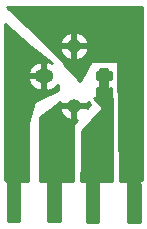
<source format=gbl>
G04 #@! TF.GenerationSoftware,KiCad,Pcbnew,5.0.0-rc2*
G04 #@! TF.CreationDate,2019-07-02T00:23:35-04:00*
G04 #@! TF.ProjectId,gassensorholder,67617373656E736F72686F6C6465722E,rev?*
G04 #@! TF.SameCoordinates,Original*
G04 #@! TF.FileFunction,Copper,L2,Bot,Signal*
G04 #@! TF.FilePolarity,Positive*
%FSLAX46Y46*%
G04 Gerber Fmt 4.6, Leading zero omitted, Abs format (unit mm)*
G04 Created by KiCad (PCBNEW 5.0.0-rc2) date Tue Jul  2 00:23:35 2019*
%MOMM*%
%LPD*%
G01*
G04 APERTURE LIST*
G04 #@! TA.AperFunction,ComponentPad*
%ADD10O,1.600000X1.200000*%
G04 #@! TD*
G04 #@! TA.AperFunction,ComponentPad*
%ADD11O,1.200000X1.200000*%
G04 #@! TD*
G04 #@! TA.AperFunction,Conductor*
%ADD12C,0.254000*%
G04 #@! TD*
G04 APERTURE END LIST*
D10*
G04 #@! TO.P,P1,1*
G04 #@! TO.N,/VOut+*
X113500000Y-66000000D03*
D11*
G04 #@! TO.P,P1,2*
G04 #@! TO.N,+5V*
X116040000Y-68540000D03*
G04 #@! TO.P,P1,3*
G04 #@! TO.N,GND*
X118580000Y-66000000D03*
G04 #@! TO.P,P1,4*
G04 #@! TO.N,/VSenseOUT*
X116040000Y-63460000D03*
G04 #@! TD*
D12*
G04 #@! TO.N,/VSenseOUT*
G36*
X121796801Y-61979988D02*
X121796800Y-61979993D01*
X121796801Y-74796800D01*
X121729992Y-74796800D01*
X121670716Y-74808591D01*
X121603502Y-74853502D01*
X121558591Y-74920716D01*
X121542820Y-75000000D01*
X121558591Y-75079284D01*
X121603502Y-75146498D01*
X121618000Y-75156185D01*
X121618001Y-77486996D01*
X121618000Y-77487001D01*
X121618001Y-78368000D01*
X120631999Y-78368000D01*
X120632000Y-75013000D01*
X120634586Y-75000000D01*
X120624341Y-74948496D01*
X120595167Y-74904833D01*
X120551504Y-74875659D01*
X120513000Y-74868000D01*
X120512999Y-74868000D01*
X120500000Y-74865414D01*
X120487000Y-74868000D01*
X119970241Y-74868000D01*
X119760972Y-64823095D01*
X119750295Y-64774706D01*
X119721913Y-64734086D01*
X119680146Y-64707420D01*
X119634000Y-64698740D01*
X117602000Y-64698740D01*
X117553399Y-64708407D01*
X117512197Y-64735937D01*
X117491733Y-64762730D01*
X116558229Y-66396363D01*
X115189000Y-65027134D01*
X115189000Y-64825740D01*
X115179333Y-64777139D01*
X115149952Y-64734124D01*
X114153583Y-63777609D01*
X114846538Y-63777609D01*
X114971503Y-64079327D01*
X115289844Y-64441080D01*
X115722389Y-64653472D01*
X115913000Y-64529714D01*
X115913000Y-63587000D01*
X116167000Y-63587000D01*
X116167000Y-64529714D01*
X116357611Y-64653472D01*
X116790156Y-64441080D01*
X117108497Y-64079327D01*
X117233462Y-63777609D01*
X117108731Y-63587000D01*
X116167000Y-63587000D01*
X115913000Y-63587000D01*
X114971269Y-63587000D01*
X114846538Y-63777609D01*
X114153583Y-63777609D01*
X113491898Y-63142391D01*
X114846538Y-63142391D01*
X114971269Y-63333000D01*
X115913000Y-63333000D01*
X115913000Y-62390286D01*
X116167000Y-62390286D01*
X116167000Y-63333000D01*
X117108731Y-63333000D01*
X117233462Y-63142391D01*
X117108497Y-62840673D01*
X116790156Y-62478920D01*
X116357611Y-62266528D01*
X116167000Y-62390286D01*
X115913000Y-62390286D01*
X115722389Y-62266528D01*
X115289844Y-62478920D01*
X114971503Y-62840673D01*
X114846538Y-63142391D01*
X113491898Y-63142391D01*
X110350864Y-60127000D01*
X121796800Y-60127000D01*
X121796801Y-61979988D01*
X121796801Y-61979988D01*
G37*
X121796801Y-61979988D02*
X121796800Y-61979993D01*
X121796801Y-74796800D01*
X121729992Y-74796800D01*
X121670716Y-74808591D01*
X121603502Y-74853502D01*
X121558591Y-74920716D01*
X121542820Y-75000000D01*
X121558591Y-75079284D01*
X121603502Y-75146498D01*
X121618000Y-75156185D01*
X121618001Y-77486996D01*
X121618000Y-77487001D01*
X121618001Y-78368000D01*
X120631999Y-78368000D01*
X120632000Y-75013000D01*
X120634586Y-75000000D01*
X120624341Y-74948496D01*
X120595167Y-74904833D01*
X120551504Y-74875659D01*
X120513000Y-74868000D01*
X120512999Y-74868000D01*
X120500000Y-74865414D01*
X120487000Y-74868000D01*
X119970241Y-74868000D01*
X119760972Y-64823095D01*
X119750295Y-64774706D01*
X119721913Y-64734086D01*
X119680146Y-64707420D01*
X119634000Y-64698740D01*
X117602000Y-64698740D01*
X117553399Y-64708407D01*
X117512197Y-64735937D01*
X117491733Y-64762730D01*
X116558229Y-66396363D01*
X115189000Y-65027134D01*
X115189000Y-64825740D01*
X115179333Y-64777139D01*
X115149952Y-64734124D01*
X114153583Y-63777609D01*
X114846538Y-63777609D01*
X114971503Y-64079327D01*
X115289844Y-64441080D01*
X115722389Y-64653472D01*
X115913000Y-64529714D01*
X115913000Y-63587000D01*
X116167000Y-63587000D01*
X116167000Y-64529714D01*
X116357611Y-64653472D01*
X116790156Y-64441080D01*
X117108497Y-64079327D01*
X117233462Y-63777609D01*
X117108731Y-63587000D01*
X116167000Y-63587000D01*
X115913000Y-63587000D01*
X114971269Y-63587000D01*
X114846538Y-63777609D01*
X114153583Y-63777609D01*
X113491898Y-63142391D01*
X114846538Y-63142391D01*
X114971269Y-63333000D01*
X115913000Y-63333000D01*
X115913000Y-62390286D01*
X116167000Y-62390286D01*
X116167000Y-63333000D01*
X117108731Y-63333000D01*
X117233462Y-63142391D01*
X117108497Y-62840673D01*
X116790156Y-62478920D01*
X116357611Y-62266528D01*
X116167000Y-62390286D01*
X115913000Y-62390286D01*
X115722389Y-62266528D01*
X115289844Y-62478920D01*
X114971503Y-62840673D01*
X114846538Y-63142391D01*
X113491898Y-63142391D01*
X110350864Y-60127000D01*
X121796800Y-60127000D01*
X121796801Y-61979988D01*
G04 #@! TO.N,+5V*
G36*
X114971269Y-68413000D02*
X115913000Y-68413000D01*
X115913000Y-68393000D01*
X116167000Y-68393000D01*
X116167000Y-68413000D01*
X117108731Y-68413000D01*
X117225581Y-68234435D01*
X117417358Y-68378268D01*
X117135201Y-68707451D01*
X117108731Y-68667000D01*
X116167000Y-68667000D01*
X116167000Y-69609714D01*
X116292172Y-69690985D01*
X115981574Y-70053349D01*
X115957285Y-70096541D01*
X115951000Y-70136000D01*
X115951000Y-74868000D01*
X115012999Y-74868000D01*
X115000000Y-74865414D01*
X114987000Y-74868000D01*
X114948496Y-74875659D01*
X114904833Y-74904833D01*
X114875659Y-74948496D01*
X114865414Y-75000000D01*
X114868001Y-75013005D01*
X114868000Y-76867000D01*
X113882000Y-76867000D01*
X113881999Y-75013005D01*
X113884586Y-75000000D01*
X113874341Y-74948496D01*
X113845167Y-74904833D01*
X113801504Y-74875659D01*
X113763000Y-74868000D01*
X113750000Y-74865414D01*
X113737001Y-74868000D01*
X113157000Y-74868000D01*
X113157000Y-69439356D01*
X113971445Y-68857609D01*
X114846538Y-68857609D01*
X114971503Y-69159327D01*
X115289844Y-69521080D01*
X115722389Y-69733472D01*
X115913000Y-69609714D01*
X115913000Y-68667000D01*
X114971269Y-68667000D01*
X114846538Y-68857609D01*
X113971445Y-68857609D01*
X114851065Y-68229309D01*
X114971269Y-68413000D01*
X114971269Y-68413000D01*
G37*
X114971269Y-68413000D02*
X115913000Y-68413000D01*
X115913000Y-68393000D01*
X116167000Y-68393000D01*
X116167000Y-68413000D01*
X117108731Y-68413000D01*
X117225581Y-68234435D01*
X117417358Y-68378268D01*
X117135201Y-68707451D01*
X117108731Y-68667000D01*
X116167000Y-68667000D01*
X116167000Y-69609714D01*
X116292172Y-69690985D01*
X115981574Y-70053349D01*
X115957285Y-70096541D01*
X115951000Y-70136000D01*
X115951000Y-74868000D01*
X115012999Y-74868000D01*
X115000000Y-74865414D01*
X114987000Y-74868000D01*
X114948496Y-74875659D01*
X114904833Y-74904833D01*
X114875659Y-74948496D01*
X114865414Y-75000000D01*
X114868001Y-75013005D01*
X114868000Y-76867000D01*
X113882000Y-76867000D01*
X113881999Y-75013005D01*
X113884586Y-75000000D01*
X113874341Y-74948496D01*
X113845167Y-74904833D01*
X113801504Y-74875659D01*
X113763000Y-74868000D01*
X113750000Y-74865414D01*
X113737001Y-74868000D01*
X113157000Y-74868000D01*
X113157000Y-69439356D01*
X113971445Y-68857609D01*
X114846538Y-68857609D01*
X114971503Y-69159327D01*
X115289844Y-69521080D01*
X115722389Y-69733472D01*
X115913000Y-69609714D01*
X115913000Y-68667000D01*
X114971269Y-68667000D01*
X114846538Y-68857609D01*
X113971445Y-68857609D01*
X114851065Y-68229309D01*
X114971269Y-68413000D01*
G04 #@! TO.N,GND*
G36*
X118880000Y-65700000D02*
X119180000Y-65700000D01*
X119180000Y-66300000D01*
X118880000Y-66300000D01*
X118880000Y-67039287D01*
X119063721Y-67136357D01*
X119180000Y-67057012D01*
X119180000Y-67873002D01*
X119253000Y-67873002D01*
X119253000Y-74868000D01*
X118262999Y-74868000D01*
X118250000Y-74865414D01*
X118237000Y-74868000D01*
X118198496Y-74875659D01*
X118154833Y-74904833D01*
X118125659Y-74948496D01*
X118115414Y-75000000D01*
X118118001Y-75013005D01*
X118118000Y-76867000D01*
X117132000Y-76867000D01*
X117131999Y-75013005D01*
X117134586Y-75000000D01*
X117124341Y-74948496D01*
X117095167Y-74904833D01*
X117051504Y-74875659D01*
X117013000Y-74868000D01*
X117000000Y-74865414D01*
X116987001Y-74868000D01*
X116713000Y-74868000D01*
X116713000Y-70691718D01*
X118459577Y-68695630D01*
X118484306Y-68652688D01*
X118490719Y-68603552D01*
X118477840Y-68555702D01*
X118453803Y-68522197D01*
X118199803Y-68268197D01*
X118191303Y-68260436D01*
X117726382Y-67873002D01*
X117980000Y-67873002D01*
X117980000Y-67057012D01*
X118096279Y-67136357D01*
X118280000Y-67039287D01*
X118280000Y-66300000D01*
X117980000Y-66300000D01*
X117980000Y-65700000D01*
X118280000Y-65700000D01*
X118280000Y-65400000D01*
X118880000Y-65400000D01*
X118880000Y-65700000D01*
X118880000Y-65700000D01*
G37*
X118880000Y-65700000D02*
X119180000Y-65700000D01*
X119180000Y-66300000D01*
X118880000Y-66300000D01*
X118880000Y-67039287D01*
X119063721Y-67136357D01*
X119180000Y-67057012D01*
X119180000Y-67873002D01*
X119253000Y-67873002D01*
X119253000Y-74868000D01*
X118262999Y-74868000D01*
X118250000Y-74865414D01*
X118237000Y-74868000D01*
X118198496Y-74875659D01*
X118154833Y-74904833D01*
X118125659Y-74948496D01*
X118115414Y-75000000D01*
X118118001Y-75013005D01*
X118118000Y-76867000D01*
X117132000Y-76867000D01*
X117131999Y-75013005D01*
X117134586Y-75000000D01*
X117124341Y-74948496D01*
X117095167Y-74904833D01*
X117051504Y-74875659D01*
X117013000Y-74868000D01*
X117000000Y-74865414D01*
X116987001Y-74868000D01*
X116713000Y-74868000D01*
X116713000Y-70691718D01*
X118459577Y-68695630D01*
X118484306Y-68652688D01*
X118490719Y-68603552D01*
X118477840Y-68555702D01*
X118453803Y-68522197D01*
X118199803Y-68268197D01*
X118191303Y-68260436D01*
X117726382Y-67873002D01*
X117980000Y-67873002D01*
X117980000Y-67057012D01*
X118096279Y-67136357D01*
X118280000Y-67039287D01*
X118280000Y-66300000D01*
X117980000Y-66300000D01*
X117980000Y-65700000D01*
X118280000Y-65700000D01*
X118280000Y-65400000D01*
X118880000Y-65400000D01*
X118880000Y-65700000D01*
G04 #@! TO.N,/VOut+*
G36*
X112438824Y-63525659D02*
X112444030Y-63529934D01*
X114166652Y-64869752D01*
X113821681Y-64765090D01*
X113627000Y-64920009D01*
X113627000Y-65873000D01*
X113647000Y-65873000D01*
X113647000Y-66127000D01*
X113627000Y-66127000D01*
X113627000Y-67079991D01*
X113821681Y-67234910D01*
X114284998Y-67094343D01*
X114659255Y-66787172D01*
X114681000Y-66746486D01*
X114681000Y-67161196D01*
X112719204Y-68142094D01*
X112680057Y-68172475D01*
X112653886Y-68220796D01*
X112145886Y-69998796D01*
X112141000Y-70033686D01*
X112141000Y-74868000D01*
X111512999Y-74868000D01*
X111500000Y-74865414D01*
X111487000Y-74868000D01*
X111448496Y-74875659D01*
X111404833Y-74904833D01*
X111375659Y-74948496D01*
X111365414Y-75000000D01*
X111368001Y-75013005D01*
X111368000Y-78296800D01*
X110453200Y-78296800D01*
X110453199Y-77520012D01*
X110453200Y-77520007D01*
X110453199Y-75020013D01*
X110457180Y-75000000D01*
X110441409Y-74920716D01*
X110396498Y-74853502D01*
X110329284Y-74808591D01*
X110270008Y-74796800D01*
X110250000Y-74792820D01*
X110229993Y-74796800D01*
X110203200Y-74796800D01*
X110203200Y-66317609D01*
X112106538Y-66317609D01*
X112112526Y-66360161D01*
X112340745Y-66787172D01*
X112715002Y-67094343D01*
X113178319Y-67234910D01*
X113373000Y-67079991D01*
X113373000Y-66127000D01*
X112231269Y-66127000D01*
X112106538Y-66317609D01*
X110203200Y-66317609D01*
X110203200Y-65682391D01*
X112106538Y-65682391D01*
X112231269Y-65873000D01*
X113373000Y-65873000D01*
X113373000Y-64920009D01*
X113178319Y-64765090D01*
X112715002Y-64905657D01*
X112340745Y-65212828D01*
X112112526Y-65639839D01*
X112106538Y-65682391D01*
X110203200Y-65682391D01*
X110203199Y-62020012D01*
X110203200Y-62020007D01*
X110203200Y-61588118D01*
X112438824Y-63525659D01*
X112438824Y-63525659D01*
G37*
X112438824Y-63525659D02*
X112444030Y-63529934D01*
X114166652Y-64869752D01*
X113821681Y-64765090D01*
X113627000Y-64920009D01*
X113627000Y-65873000D01*
X113647000Y-65873000D01*
X113647000Y-66127000D01*
X113627000Y-66127000D01*
X113627000Y-67079991D01*
X113821681Y-67234910D01*
X114284998Y-67094343D01*
X114659255Y-66787172D01*
X114681000Y-66746486D01*
X114681000Y-67161196D01*
X112719204Y-68142094D01*
X112680057Y-68172475D01*
X112653886Y-68220796D01*
X112145886Y-69998796D01*
X112141000Y-70033686D01*
X112141000Y-74868000D01*
X111512999Y-74868000D01*
X111500000Y-74865414D01*
X111487000Y-74868000D01*
X111448496Y-74875659D01*
X111404833Y-74904833D01*
X111375659Y-74948496D01*
X111365414Y-75000000D01*
X111368001Y-75013005D01*
X111368000Y-78296800D01*
X110453200Y-78296800D01*
X110453199Y-77520012D01*
X110453200Y-77520007D01*
X110453199Y-75020013D01*
X110457180Y-75000000D01*
X110441409Y-74920716D01*
X110396498Y-74853502D01*
X110329284Y-74808591D01*
X110270008Y-74796800D01*
X110250000Y-74792820D01*
X110229993Y-74796800D01*
X110203200Y-74796800D01*
X110203200Y-66317609D01*
X112106538Y-66317609D01*
X112112526Y-66360161D01*
X112340745Y-66787172D01*
X112715002Y-67094343D01*
X113178319Y-67234910D01*
X113373000Y-67079991D01*
X113373000Y-66127000D01*
X112231269Y-66127000D01*
X112106538Y-66317609D01*
X110203200Y-66317609D01*
X110203200Y-65682391D01*
X112106538Y-65682391D01*
X112231269Y-65873000D01*
X113373000Y-65873000D01*
X113373000Y-64920009D01*
X113178319Y-64765090D01*
X112715002Y-64905657D01*
X112340745Y-65212828D01*
X112112526Y-65639839D01*
X112106538Y-65682391D01*
X110203200Y-65682391D01*
X110203199Y-62020012D01*
X110203200Y-62020007D01*
X110203200Y-61588118D01*
X112438824Y-63525659D01*
G04 #@! TO.N,+5V*
G36*
X115873000Y-74868000D02*
X115012999Y-74868000D01*
X115000000Y-74865414D01*
X114987000Y-74868000D01*
X114948496Y-74875659D01*
X114904833Y-74904833D01*
X114875659Y-74948496D01*
X114865414Y-75000000D01*
X114868001Y-75013005D01*
X114868000Y-78296800D01*
X113882000Y-78296800D01*
X113881999Y-75013005D01*
X113884586Y-75000000D01*
X113874341Y-74948496D01*
X113845167Y-74904833D01*
X113801504Y-74875659D01*
X113763000Y-74868000D01*
X113750000Y-74865414D01*
X113737001Y-74868000D01*
X113127000Y-74868000D01*
X113127000Y-74127000D01*
X115873000Y-74127000D01*
X115873000Y-74868000D01*
X115873000Y-74868000D01*
G37*
X115873000Y-74868000D02*
X115012999Y-74868000D01*
X115000000Y-74865414D01*
X114987000Y-74868000D01*
X114948496Y-74875659D01*
X114904833Y-74904833D01*
X114875659Y-74948496D01*
X114865414Y-75000000D01*
X114868001Y-75013005D01*
X114868000Y-78296800D01*
X113882000Y-78296800D01*
X113881999Y-75013005D01*
X113884586Y-75000000D01*
X113874341Y-74948496D01*
X113845167Y-74904833D01*
X113801504Y-74875659D01*
X113763000Y-74868000D01*
X113750000Y-74865414D01*
X113737001Y-74868000D01*
X113127000Y-74868000D01*
X113127000Y-74127000D01*
X115873000Y-74127000D01*
X115873000Y-74868000D01*
G04 #@! TO.N,GND*
G36*
X118873000Y-74868000D02*
X118262999Y-74868000D01*
X118250000Y-74865414D01*
X118237000Y-74868000D01*
X118198496Y-74875659D01*
X118154833Y-74904833D01*
X118125659Y-74948496D01*
X118115414Y-75000000D01*
X118118001Y-75013005D01*
X118118000Y-78368000D01*
X117132000Y-78368000D01*
X117131999Y-75013005D01*
X117134586Y-75000000D01*
X117124341Y-74948496D01*
X117095167Y-74904833D01*
X117051504Y-74875659D01*
X117013000Y-74868000D01*
X117000000Y-74865414D01*
X116987001Y-74868000D01*
X116627000Y-74868000D01*
X116627000Y-74127000D01*
X118873000Y-74127000D01*
X118873000Y-74868000D01*
X118873000Y-74868000D01*
G37*
X118873000Y-74868000D02*
X118262999Y-74868000D01*
X118250000Y-74865414D01*
X118237000Y-74868000D01*
X118198496Y-74875659D01*
X118154833Y-74904833D01*
X118125659Y-74948496D01*
X118115414Y-75000000D01*
X118118001Y-75013005D01*
X118118000Y-78368000D01*
X117132000Y-78368000D01*
X117131999Y-75013005D01*
X117134586Y-75000000D01*
X117124341Y-74948496D01*
X117095167Y-74904833D01*
X117051504Y-74875659D01*
X117013000Y-74868000D01*
X117000000Y-74865414D01*
X116987001Y-74868000D01*
X116627000Y-74868000D01*
X116627000Y-74127000D01*
X118873000Y-74127000D01*
X118873000Y-74868000D01*
G04 #@! TD*
M02*

</source>
